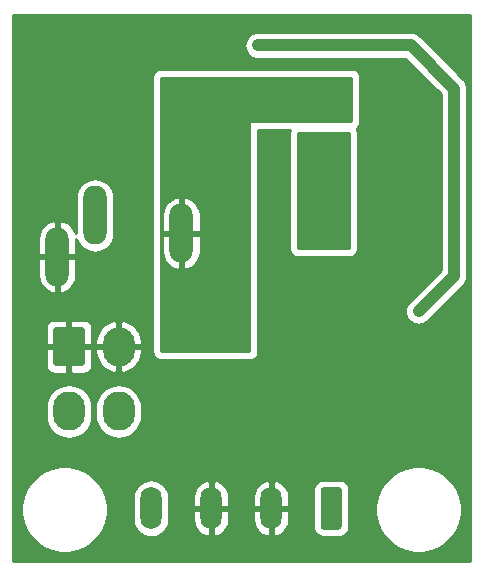
<source format=gbr>
%TF.GenerationSoftware,KiCad,Pcbnew,(5.1.9)-1*%
%TF.CreationDate,2021-07-15T22:57:35+09:00*%
%TF.ProjectId,4710MQ Power Supply,34373130-4d51-4205-906f-776572205375,rev?*%
%TF.SameCoordinates,Original*%
%TF.FileFunction,Copper,L2,Bot*%
%TF.FilePolarity,Positive*%
%FSLAX46Y46*%
G04 Gerber Fmt 4.6, Leading zero omitted, Abs format (unit mm)*
G04 Created by KiCad (PCBNEW (5.1.9)-1) date 2021-07-15 22:57:35*
%MOMM*%
%LPD*%
G01*
G04 APERTURE LIST*
%TA.AperFunction,ComponentPad*%
%ADD10O,2.000000X5.000000*%
%TD*%
%TA.AperFunction,ComponentPad*%
%ADD11O,1.800000X3.600000*%
%TD*%
%TA.AperFunction,ComponentPad*%
%ADD12O,2.700000X3.300000*%
%TD*%
%TA.AperFunction,ViaPad*%
%ADD13C,0.800000*%
%TD*%
%TA.AperFunction,Conductor*%
%ADD14C,1.000000*%
%TD*%
%TA.AperFunction,Conductor*%
%ADD15C,0.254000*%
%TD*%
%TA.AperFunction,Conductor*%
%ADD16C,0.100000*%
%TD*%
G04 APERTURE END LIST*
D10*
%TO.P,J1,3*%
%TO.N,N/C*%
X127600000Y-99100000D03*
%TO.P,J1,2*%
%TO.N,GND*%
X124400000Y-102600000D03*
%TO.P,J1,1*%
%TO.N,+12V*%
X134900000Y-100600000D03*
%TD*%
D11*
%TO.P,J3,4*%
%TO.N,+12V*%
X132360000Y-123900000D03*
%TO.P,J3,3*%
%TO.N,GND*%
X137440000Y-123900000D03*
%TO.P,J3,2*%
X142520000Y-123900000D03*
%TO.P,J3,1*%
%TO.N,+5V*%
%TA.AperFunction,ComponentPad*%
G36*
G01*
X148500000Y-122350000D02*
X148500000Y-125450000D01*
G75*
G02*
X148250000Y-125700000I-250000J0D01*
G01*
X146950000Y-125700000D01*
G75*
G02*
X146700000Y-125450000I0J250000D01*
G01*
X146700000Y-122350000D01*
G75*
G02*
X146950000Y-122100000I250000J0D01*
G01*
X148250000Y-122100000D01*
G75*
G02*
X148500000Y-122350000I0J-250000D01*
G01*
G37*
%TD.AperFunction*%
%TD*%
D12*
%TO.P,J2,4*%
%TO.N,+12V*%
X129600000Y-115700000D03*
%TO.P,J2,3*%
X125400000Y-115700000D03*
%TO.P,J2,2*%
%TO.N,GND*%
X129600000Y-110200000D03*
%TO.P,J2,1*%
%TA.AperFunction,ComponentPad*%
G36*
G01*
X124050000Y-111599999D02*
X124050000Y-108800001D01*
G75*
G02*
X124300001Y-108550000I250001J0D01*
G01*
X126499999Y-108550000D01*
G75*
G02*
X126750000Y-108800001I0J-250001D01*
G01*
X126750000Y-111599999D01*
G75*
G02*
X126499999Y-111850000I-250001J0D01*
G01*
X124300001Y-111850000D01*
G75*
G02*
X124050000Y-111599999I0J250001D01*
G01*
G37*
%TD.AperFunction*%
%TD*%
D13*
%TO.N,GND*%
X122000000Y-92000000D03*
X123000000Y-92000000D03*
X124000000Y-92000000D03*
X125000000Y-92000000D03*
X126000000Y-92000000D03*
X126000000Y-91000000D03*
X125000000Y-91000000D03*
X124000000Y-91000000D03*
X123000000Y-91000000D03*
X122000000Y-91000000D03*
X122000000Y-90000000D03*
X123000000Y-90000000D03*
X124000000Y-90000000D03*
X125000000Y-90000000D03*
X126000000Y-90000000D03*
X126000000Y-89000000D03*
X125000000Y-89000000D03*
X124000000Y-89000000D03*
X123000000Y-89000000D03*
X122000000Y-89000000D03*
X122000000Y-88000000D03*
X123000000Y-88000000D03*
X124000000Y-88000000D03*
X125000000Y-88000000D03*
X126000000Y-88000000D03*
X126000000Y-87000000D03*
X125000000Y-87000000D03*
X124000000Y-87000000D03*
X123000000Y-87000000D03*
X122000000Y-87000000D03*
X122000000Y-86000000D03*
X123000000Y-86000000D03*
X124000000Y-86000000D03*
X125000000Y-86000000D03*
X126000000Y-86000000D03*
%TO.N,+12V*%
X146100000Y-87800000D03*
X147000000Y-87800000D03*
X147900000Y-87800000D03*
X148800000Y-87800000D03*
X148800000Y-88700000D03*
X147900000Y-88700000D03*
X147000000Y-88700000D03*
X146100000Y-88700000D03*
X146100000Y-89600000D03*
X147000000Y-89600000D03*
X147900000Y-89600000D03*
X148800000Y-89600000D03*
X148800000Y-90500000D03*
X147900000Y-90500000D03*
X147000000Y-90500000D03*
X146100000Y-90500000D03*
%TO.N,+5V*%
X141400000Y-84700000D03*
X155000000Y-107200000D03*
%TO.N,/SW*%
X148500000Y-98500000D03*
X147500000Y-98500000D03*
X146500000Y-98500000D03*
X145500000Y-98500000D03*
X145500000Y-99500000D03*
X146500000Y-99500000D03*
X147500000Y-99500000D03*
X148500000Y-99500000D03*
X148500000Y-100500000D03*
X147500000Y-100500000D03*
X146500000Y-100500000D03*
X145500000Y-100500000D03*
X145500000Y-101500000D03*
X146500000Y-101500000D03*
X147500000Y-101500000D03*
X148500000Y-101500000D03*
X147100000Y-94600000D03*
X146200000Y-94600000D03*
X147100000Y-93700000D03*
X146200000Y-93700000D03*
X148000000Y-93700000D03*
X148000000Y-94600000D03*
X148000000Y-92800000D03*
X147100000Y-92800000D03*
X146200000Y-92800000D03*
%TD*%
D14*
%TO.N,+5V*%
X158000001Y-104199999D02*
X155000000Y-107200000D01*
X158000001Y-88371999D02*
X158000001Y-104199999D01*
X154328002Y-84700000D02*
X158000001Y-88371999D01*
X141400000Y-84700000D02*
X154328002Y-84700000D01*
%TD*%
D15*
%TO.N,/SW*%
X149073000Y-101873000D02*
X144827000Y-101873000D01*
X144827000Y-92127000D01*
X149073000Y-92127000D01*
X149073000Y-101873000D01*
%TA.AperFunction,Conductor*%
D16*
G36*
X149073000Y-101873000D02*
G01*
X144827000Y-101873000D01*
X144827000Y-92127000D01*
X149073000Y-92127000D01*
X149073000Y-101873000D01*
G37*
%TD.AperFunction*%
%TD*%
D15*
%TO.N,+12V*%
X149273000Y-91073000D02*
X140800000Y-91073000D01*
X140775224Y-91075440D01*
X140751399Y-91082667D01*
X140729443Y-91094403D01*
X140710197Y-91110197D01*
X140694403Y-91129443D01*
X140682667Y-91151399D01*
X140675440Y-91175224D01*
X140673000Y-91200000D01*
X140673000Y-110573000D01*
X133227000Y-110573000D01*
X133227000Y-100727000D01*
X133265000Y-100727000D01*
X133265000Y-102227000D01*
X133321193Y-102543532D01*
X133438058Y-102843020D01*
X133611105Y-103113954D01*
X133833683Y-103345922D01*
X134097239Y-103530010D01*
X134391645Y-103659144D01*
X134519566Y-103690124D01*
X134773000Y-103570777D01*
X134773000Y-100727000D01*
X135027000Y-100727000D01*
X135027000Y-103570777D01*
X135280434Y-103690124D01*
X135408355Y-103659144D01*
X135702761Y-103530010D01*
X135966317Y-103345922D01*
X136188895Y-103113954D01*
X136361942Y-102843020D01*
X136478807Y-102543532D01*
X136535000Y-102227000D01*
X136535000Y-100727000D01*
X135027000Y-100727000D01*
X134773000Y-100727000D01*
X133265000Y-100727000D01*
X133227000Y-100727000D01*
X133227000Y-98973000D01*
X133265000Y-98973000D01*
X133265000Y-100473000D01*
X134773000Y-100473000D01*
X134773000Y-97629223D01*
X135027000Y-97629223D01*
X135027000Y-100473000D01*
X136535000Y-100473000D01*
X136535000Y-98973000D01*
X136478807Y-98656468D01*
X136361942Y-98356980D01*
X136188895Y-98086046D01*
X135966317Y-97854078D01*
X135702761Y-97669990D01*
X135408355Y-97540856D01*
X135280434Y-97509876D01*
X135027000Y-97629223D01*
X134773000Y-97629223D01*
X134519566Y-97509876D01*
X134391645Y-97540856D01*
X134097239Y-97669990D01*
X133833683Y-97854078D01*
X133611105Y-98086046D01*
X133438058Y-98356980D01*
X133321193Y-98656468D01*
X133265000Y-98973000D01*
X133227000Y-98973000D01*
X133227000Y-87427000D01*
X149273000Y-87427000D01*
X149273000Y-91073000D01*
%TA.AperFunction,Conductor*%
D16*
G36*
X149273000Y-91073000D02*
G01*
X140800000Y-91073000D01*
X140775224Y-91075440D01*
X140751399Y-91082667D01*
X140729443Y-91094403D01*
X140710197Y-91110197D01*
X140694403Y-91129443D01*
X140682667Y-91151399D01*
X140675440Y-91175224D01*
X140673000Y-91200000D01*
X140673000Y-110573000D01*
X133227000Y-110573000D01*
X133227000Y-100727000D01*
X133265000Y-100727000D01*
X133265000Y-102227000D01*
X133321193Y-102543532D01*
X133438058Y-102843020D01*
X133611105Y-103113954D01*
X133833683Y-103345922D01*
X134097239Y-103530010D01*
X134391645Y-103659144D01*
X134519566Y-103690124D01*
X134773000Y-103570777D01*
X134773000Y-100727000D01*
X135027000Y-100727000D01*
X135027000Y-103570777D01*
X135280434Y-103690124D01*
X135408355Y-103659144D01*
X135702761Y-103530010D01*
X135966317Y-103345922D01*
X136188895Y-103113954D01*
X136361942Y-102843020D01*
X136478807Y-102543532D01*
X136535000Y-102227000D01*
X136535000Y-100727000D01*
X135027000Y-100727000D01*
X134773000Y-100727000D01*
X133265000Y-100727000D01*
X133227000Y-100727000D01*
X133227000Y-98973000D01*
X133265000Y-98973000D01*
X133265000Y-100473000D01*
X134773000Y-100473000D01*
X134773000Y-97629223D01*
X135027000Y-97629223D01*
X135027000Y-100473000D01*
X136535000Y-100473000D01*
X136535000Y-98973000D01*
X136478807Y-98656468D01*
X136361942Y-98356980D01*
X136188895Y-98086046D01*
X135966317Y-97854078D01*
X135702761Y-97669990D01*
X135408355Y-97540856D01*
X135280434Y-97509876D01*
X135027000Y-97629223D01*
X134773000Y-97629223D01*
X134519566Y-97509876D01*
X134391645Y-97540856D01*
X134097239Y-97669990D01*
X133833683Y-97854078D01*
X133611105Y-98086046D01*
X133438058Y-98356980D01*
X133321193Y-98656468D01*
X133265000Y-98973000D01*
X133227000Y-98973000D01*
X133227000Y-87427000D01*
X149273000Y-87427000D01*
X149273000Y-91073000D01*
G37*
%TD.AperFunction*%
%TD*%
D15*
%TO.N,GND*%
X159340000Y-128340000D02*
X120660000Y-128340000D01*
X120660000Y-123639297D01*
X121337720Y-123639297D01*
X121337720Y-124360703D01*
X121478460Y-125068248D01*
X121754530Y-125734740D01*
X122155322Y-126334567D01*
X122665433Y-126844678D01*
X123265260Y-127245470D01*
X123931752Y-127521540D01*
X124639297Y-127662280D01*
X125360703Y-127662280D01*
X126068248Y-127521540D01*
X126734740Y-127245470D01*
X127334567Y-126844678D01*
X127844678Y-126334567D01*
X128245470Y-125734740D01*
X128521540Y-125068248D01*
X128662280Y-124360703D01*
X128662280Y-123639297D01*
X128521540Y-122931752D01*
X128518575Y-122924592D01*
X130825000Y-122924592D01*
X130825000Y-124875407D01*
X130847210Y-125100912D01*
X130934983Y-125390260D01*
X131077519Y-125656926D01*
X131269339Y-125890661D01*
X131503073Y-126082481D01*
X131769739Y-126225017D01*
X132059087Y-126312790D01*
X132360000Y-126342427D01*
X132660912Y-126312790D01*
X132950260Y-126225017D01*
X133216926Y-126082481D01*
X133450661Y-125890661D01*
X133642481Y-125656927D01*
X133785017Y-125390261D01*
X133872790Y-125100913D01*
X133895000Y-124875408D01*
X133895000Y-124027000D01*
X135905000Y-124027000D01*
X135905000Y-124927000D01*
X135959271Y-125224023D01*
X136070446Y-125504751D01*
X136234252Y-125758396D01*
X136444394Y-125975210D01*
X136692796Y-126146862D01*
X136969913Y-126266755D01*
X137075260Y-126291036D01*
X137313000Y-126170378D01*
X137313000Y-124027000D01*
X137567000Y-124027000D01*
X137567000Y-126170378D01*
X137804740Y-126291036D01*
X137910087Y-126266755D01*
X138187204Y-126146862D01*
X138435606Y-125975210D01*
X138645748Y-125758396D01*
X138809554Y-125504751D01*
X138920729Y-125224023D01*
X138975000Y-124927000D01*
X138975000Y-124027000D01*
X140985000Y-124027000D01*
X140985000Y-124927000D01*
X141039271Y-125224023D01*
X141150446Y-125504751D01*
X141314252Y-125758396D01*
X141524394Y-125975210D01*
X141772796Y-126146862D01*
X142049913Y-126266755D01*
X142155260Y-126291036D01*
X142393000Y-126170378D01*
X142393000Y-124027000D01*
X142647000Y-124027000D01*
X142647000Y-126170378D01*
X142884740Y-126291036D01*
X142990087Y-126266755D01*
X143267204Y-126146862D01*
X143515606Y-125975210D01*
X143725748Y-125758396D01*
X143889554Y-125504751D01*
X144000729Y-125224023D01*
X144055000Y-124927000D01*
X144055000Y-124027000D01*
X142647000Y-124027000D01*
X142393000Y-124027000D01*
X140985000Y-124027000D01*
X138975000Y-124027000D01*
X137567000Y-124027000D01*
X137313000Y-124027000D01*
X135905000Y-124027000D01*
X133895000Y-124027000D01*
X133895000Y-122924592D01*
X133889919Y-122873000D01*
X135905000Y-122873000D01*
X135905000Y-123773000D01*
X137313000Y-123773000D01*
X137313000Y-121629622D01*
X137567000Y-121629622D01*
X137567000Y-123773000D01*
X138975000Y-123773000D01*
X138975000Y-122873000D01*
X140985000Y-122873000D01*
X140985000Y-123773000D01*
X142393000Y-123773000D01*
X142393000Y-121629622D01*
X142647000Y-121629622D01*
X142647000Y-123773000D01*
X144055000Y-123773000D01*
X144055000Y-122873000D01*
X144000729Y-122575977D01*
X143911237Y-122350000D01*
X146061928Y-122350000D01*
X146061928Y-125450000D01*
X146078992Y-125623254D01*
X146129528Y-125789850D01*
X146211595Y-125943386D01*
X146322038Y-126077962D01*
X146456614Y-126188405D01*
X146610150Y-126270472D01*
X146776746Y-126321008D01*
X146950000Y-126338072D01*
X148250000Y-126338072D01*
X148423254Y-126321008D01*
X148589850Y-126270472D01*
X148743386Y-126188405D01*
X148877962Y-126077962D01*
X148988405Y-125943386D01*
X149070472Y-125789850D01*
X149121008Y-125623254D01*
X149138072Y-125450000D01*
X149138072Y-123639297D01*
X151337720Y-123639297D01*
X151337720Y-124360703D01*
X151478460Y-125068248D01*
X151754530Y-125734740D01*
X152155322Y-126334567D01*
X152665433Y-126844678D01*
X153265260Y-127245470D01*
X153931752Y-127521540D01*
X154639297Y-127662280D01*
X155360703Y-127662280D01*
X156068248Y-127521540D01*
X156734740Y-127245470D01*
X157334567Y-126844678D01*
X157844678Y-126334567D01*
X158245470Y-125734740D01*
X158521540Y-125068248D01*
X158662280Y-124360703D01*
X158662280Y-123639297D01*
X158521540Y-122931752D01*
X158245470Y-122265260D01*
X157844678Y-121665433D01*
X157334567Y-121155322D01*
X156734740Y-120754530D01*
X156068248Y-120478460D01*
X155360703Y-120337720D01*
X154639297Y-120337720D01*
X153931752Y-120478460D01*
X153265260Y-120754530D01*
X152665433Y-121155322D01*
X152155322Y-121665433D01*
X151754530Y-122265260D01*
X151478460Y-122931752D01*
X151337720Y-123639297D01*
X149138072Y-123639297D01*
X149138072Y-122350000D01*
X149121008Y-122176746D01*
X149070472Y-122010150D01*
X148988405Y-121856614D01*
X148877962Y-121722038D01*
X148743386Y-121611595D01*
X148589850Y-121529528D01*
X148423254Y-121478992D01*
X148250000Y-121461928D01*
X146950000Y-121461928D01*
X146776746Y-121478992D01*
X146610150Y-121529528D01*
X146456614Y-121611595D01*
X146322038Y-121722038D01*
X146211595Y-121856614D01*
X146129528Y-122010150D01*
X146078992Y-122176746D01*
X146061928Y-122350000D01*
X143911237Y-122350000D01*
X143889554Y-122295249D01*
X143725748Y-122041604D01*
X143515606Y-121824790D01*
X143267204Y-121653138D01*
X142990087Y-121533245D01*
X142884740Y-121508964D01*
X142647000Y-121629622D01*
X142393000Y-121629622D01*
X142155260Y-121508964D01*
X142049913Y-121533245D01*
X141772796Y-121653138D01*
X141524394Y-121824790D01*
X141314252Y-122041604D01*
X141150446Y-122295249D01*
X141039271Y-122575977D01*
X140985000Y-122873000D01*
X138975000Y-122873000D01*
X138920729Y-122575977D01*
X138809554Y-122295249D01*
X138645748Y-122041604D01*
X138435606Y-121824790D01*
X138187204Y-121653138D01*
X137910087Y-121533245D01*
X137804740Y-121508964D01*
X137567000Y-121629622D01*
X137313000Y-121629622D01*
X137075260Y-121508964D01*
X136969913Y-121533245D01*
X136692796Y-121653138D01*
X136444394Y-121824790D01*
X136234252Y-122041604D01*
X136070446Y-122295249D01*
X135959271Y-122575977D01*
X135905000Y-122873000D01*
X133889919Y-122873000D01*
X133872790Y-122699087D01*
X133785017Y-122409739D01*
X133642481Y-122143073D01*
X133450661Y-121909339D01*
X133216927Y-121717519D01*
X132950261Y-121574983D01*
X132660913Y-121487210D01*
X132360000Y-121457573D01*
X132059088Y-121487210D01*
X131769740Y-121574983D01*
X131503074Y-121717519D01*
X131269340Y-121909339D01*
X131077520Y-122143073D01*
X130934984Y-122409739D01*
X130847211Y-122699087D01*
X130825000Y-122924592D01*
X128518575Y-122924592D01*
X128245470Y-122265260D01*
X127844678Y-121665433D01*
X127334567Y-121155322D01*
X126734740Y-120754530D01*
X126068248Y-120478460D01*
X125360703Y-120337720D01*
X124639297Y-120337720D01*
X123931752Y-120478460D01*
X123265260Y-120754530D01*
X122665433Y-121155322D01*
X122155322Y-121665433D01*
X121754530Y-122265260D01*
X121478460Y-122931752D01*
X121337720Y-123639297D01*
X120660000Y-123639297D01*
X120660000Y-115302491D01*
X123415000Y-115302491D01*
X123415000Y-116097510D01*
X123443722Y-116389128D01*
X123557226Y-116763302D01*
X123741547Y-117108143D01*
X123989603Y-117410398D01*
X124291858Y-117658453D01*
X124636699Y-117842774D01*
X125010873Y-117956278D01*
X125400000Y-117994604D01*
X125789128Y-117956278D01*
X126163302Y-117842774D01*
X126508143Y-117658453D01*
X126810398Y-117410398D01*
X127058453Y-117108143D01*
X127242774Y-116763302D01*
X127356278Y-116389127D01*
X127385000Y-116097509D01*
X127385000Y-115302491D01*
X127615000Y-115302491D01*
X127615000Y-116097510D01*
X127643722Y-116389128D01*
X127757226Y-116763302D01*
X127941547Y-117108143D01*
X128189603Y-117410398D01*
X128491858Y-117658453D01*
X128836699Y-117842774D01*
X129210873Y-117956278D01*
X129600000Y-117994604D01*
X129989128Y-117956278D01*
X130363302Y-117842774D01*
X130708143Y-117658453D01*
X131010398Y-117410398D01*
X131258453Y-117108143D01*
X131442774Y-116763302D01*
X131556278Y-116389127D01*
X131585000Y-116097509D01*
X131585000Y-115302490D01*
X131556278Y-115010872D01*
X131442774Y-114636698D01*
X131258453Y-114291857D01*
X131010398Y-113989602D01*
X130708143Y-113741547D01*
X130363301Y-113557226D01*
X129989127Y-113443722D01*
X129600000Y-113405396D01*
X129210872Y-113443722D01*
X128836698Y-113557226D01*
X128491857Y-113741547D01*
X128189602Y-113989602D01*
X127941547Y-114291857D01*
X127757226Y-114636699D01*
X127643722Y-115010873D01*
X127615000Y-115302491D01*
X127385000Y-115302491D01*
X127385000Y-115302490D01*
X127356278Y-115010872D01*
X127242774Y-114636698D01*
X127058453Y-114291857D01*
X126810398Y-113989602D01*
X126508143Y-113741547D01*
X126163301Y-113557226D01*
X125789127Y-113443722D01*
X125400000Y-113405396D01*
X125010872Y-113443722D01*
X124636698Y-113557226D01*
X124291857Y-113741547D01*
X123989602Y-113989602D01*
X123741547Y-114291857D01*
X123557226Y-114636699D01*
X123443722Y-115010873D01*
X123415000Y-115302491D01*
X120660000Y-115302491D01*
X120660000Y-111850000D01*
X123411928Y-111850000D01*
X123424188Y-111974482D01*
X123460498Y-112094180D01*
X123519463Y-112204494D01*
X123598815Y-112301185D01*
X123695506Y-112380537D01*
X123805820Y-112439502D01*
X123925518Y-112475812D01*
X124050000Y-112488072D01*
X125114250Y-112485000D01*
X125273000Y-112326250D01*
X125273000Y-110327000D01*
X125527000Y-110327000D01*
X125527000Y-112326250D01*
X125685750Y-112485000D01*
X126750000Y-112488072D01*
X126874482Y-112475812D01*
X126994180Y-112439502D01*
X127104494Y-112380537D01*
X127201185Y-112301185D01*
X127280537Y-112204494D01*
X127339502Y-112094180D01*
X127375812Y-111974482D01*
X127388072Y-111850000D01*
X127385000Y-110485750D01*
X127226250Y-110327000D01*
X127615000Y-110327000D01*
X127615000Y-110627000D01*
X127677918Y-111011814D01*
X127814700Y-111376959D01*
X128020090Y-111708403D01*
X128286195Y-111993409D01*
X128602789Y-112221024D01*
X128957705Y-112382501D01*
X129164677Y-112436677D01*
X129473000Y-112321829D01*
X129473000Y-110327000D01*
X129727000Y-110327000D01*
X129727000Y-112321829D01*
X130035323Y-112436677D01*
X130242295Y-112382501D01*
X130597211Y-112221024D01*
X130913805Y-111993409D01*
X131179910Y-111708403D01*
X131385300Y-111376959D01*
X131522082Y-111011814D01*
X131585000Y-110627000D01*
X131585000Y-110327000D01*
X129727000Y-110327000D01*
X129473000Y-110327000D01*
X127615000Y-110327000D01*
X127226250Y-110327000D01*
X125527000Y-110327000D01*
X125273000Y-110327000D01*
X123573750Y-110327000D01*
X123415000Y-110485750D01*
X123411928Y-111850000D01*
X120660000Y-111850000D01*
X120660000Y-108550000D01*
X123411928Y-108550000D01*
X123415000Y-109914250D01*
X123573750Y-110073000D01*
X125273000Y-110073000D01*
X125273000Y-108073750D01*
X125527000Y-108073750D01*
X125527000Y-110073000D01*
X127226250Y-110073000D01*
X127385000Y-109914250D01*
X127385318Y-109773000D01*
X127615000Y-109773000D01*
X127615000Y-110073000D01*
X129473000Y-110073000D01*
X129473000Y-108078171D01*
X129727000Y-108078171D01*
X129727000Y-110073000D01*
X131585000Y-110073000D01*
X131585000Y-109773000D01*
X131522082Y-109388186D01*
X131385300Y-109023041D01*
X131179910Y-108691597D01*
X130913805Y-108406591D01*
X130597211Y-108178976D01*
X130242295Y-108017499D01*
X130035323Y-107963323D01*
X129727000Y-108078171D01*
X129473000Y-108078171D01*
X129164677Y-107963323D01*
X128957705Y-108017499D01*
X128602789Y-108178976D01*
X128286195Y-108406591D01*
X128020090Y-108691597D01*
X127814700Y-109023041D01*
X127677918Y-109388186D01*
X127615000Y-109773000D01*
X127385318Y-109773000D01*
X127388072Y-108550000D01*
X127375812Y-108425518D01*
X127339502Y-108305820D01*
X127280537Y-108195506D01*
X127201185Y-108098815D01*
X127104494Y-108019463D01*
X126994180Y-107960498D01*
X126874482Y-107924188D01*
X126750000Y-107911928D01*
X125685750Y-107915000D01*
X125527000Y-108073750D01*
X125273000Y-108073750D01*
X125114250Y-107915000D01*
X124050000Y-107911928D01*
X123925518Y-107924188D01*
X123805820Y-107960498D01*
X123695506Y-108019463D01*
X123598815Y-108098815D01*
X123519463Y-108195506D01*
X123460498Y-108305820D01*
X123424188Y-108425518D01*
X123411928Y-108550000D01*
X120660000Y-108550000D01*
X120660000Y-102727000D01*
X122765000Y-102727000D01*
X122765000Y-104227000D01*
X122821193Y-104543532D01*
X122938058Y-104843020D01*
X123111105Y-105113954D01*
X123333683Y-105345922D01*
X123597239Y-105530010D01*
X123891645Y-105659144D01*
X124019566Y-105690124D01*
X124273000Y-105570777D01*
X124273000Y-102727000D01*
X124527000Y-102727000D01*
X124527000Y-105570777D01*
X124780434Y-105690124D01*
X124908355Y-105659144D01*
X125202761Y-105530010D01*
X125466317Y-105345922D01*
X125688895Y-105113954D01*
X125861942Y-104843020D01*
X125978807Y-104543532D01*
X126035000Y-104227000D01*
X126035000Y-102727000D01*
X124527000Y-102727000D01*
X124273000Y-102727000D01*
X122765000Y-102727000D01*
X120660000Y-102727000D01*
X120660000Y-100973000D01*
X122765000Y-100973000D01*
X122765000Y-102473000D01*
X124273000Y-102473000D01*
X124273000Y-99629223D01*
X124527000Y-99629223D01*
X124527000Y-102473000D01*
X126035000Y-102473000D01*
X126035000Y-101073285D01*
X126082149Y-101228715D01*
X126233970Y-101512752D01*
X126438287Y-101761714D01*
X126687249Y-101966031D01*
X126971286Y-102117852D01*
X127279485Y-102211343D01*
X127600000Y-102242911D01*
X127920516Y-102211343D01*
X128228715Y-102117852D01*
X128512752Y-101966031D01*
X128761714Y-101761714D01*
X128966031Y-101512752D01*
X129117852Y-101228715D01*
X129211343Y-100920516D01*
X129235000Y-100680322D01*
X129235000Y-97519678D01*
X129211343Y-97279484D01*
X129117852Y-96971285D01*
X128966031Y-96687248D01*
X128761714Y-96438286D01*
X128512751Y-96233969D01*
X128228714Y-96082148D01*
X127920515Y-95988657D01*
X127600000Y-95957089D01*
X127279484Y-95988657D01*
X126971285Y-96082148D01*
X126687248Y-96233969D01*
X126438286Y-96438286D01*
X126233969Y-96687249D01*
X126082148Y-96971286D01*
X125988657Y-97279485D01*
X125965000Y-97519679D01*
X125965001Y-100621088D01*
X125861942Y-100356980D01*
X125688895Y-100086046D01*
X125466317Y-99854078D01*
X125202761Y-99669990D01*
X124908355Y-99540856D01*
X124780434Y-99509876D01*
X124527000Y-99629223D01*
X124273000Y-99629223D01*
X124019566Y-99509876D01*
X123891645Y-99540856D01*
X123597239Y-99669990D01*
X123333683Y-99854078D01*
X123111105Y-100086046D01*
X122938058Y-100356980D01*
X122821193Y-100656468D01*
X122765000Y-100973000D01*
X120660000Y-100973000D01*
X120660000Y-87300000D01*
X132465000Y-87300000D01*
X132465000Y-110700000D01*
X132477201Y-110823882D01*
X132513336Y-110943004D01*
X132572017Y-111052787D01*
X132650987Y-111149013D01*
X132747213Y-111227983D01*
X132856996Y-111286664D01*
X132976118Y-111322799D01*
X133100000Y-111335000D01*
X140800000Y-111335000D01*
X140923882Y-111322799D01*
X141043004Y-111286664D01*
X141152787Y-111227983D01*
X141249013Y-111149013D01*
X141327983Y-111052787D01*
X141386664Y-110943004D01*
X141422799Y-110823882D01*
X141435000Y-110700000D01*
X141435000Y-91835000D01*
X144089674Y-91835000D01*
X144077201Y-91876118D01*
X144065000Y-92000000D01*
X144065000Y-102000000D01*
X144077201Y-102123882D01*
X144113336Y-102243004D01*
X144172017Y-102352787D01*
X144250987Y-102449013D01*
X144347213Y-102527983D01*
X144456996Y-102586664D01*
X144576118Y-102622799D01*
X144700000Y-102635000D01*
X149200000Y-102635000D01*
X149323882Y-102622799D01*
X149443004Y-102586664D01*
X149552787Y-102527983D01*
X149649013Y-102449013D01*
X149727983Y-102352787D01*
X149786664Y-102243004D01*
X149822799Y-102123882D01*
X149835000Y-102000000D01*
X149835000Y-92000000D01*
X149822799Y-91876118D01*
X149786664Y-91756996D01*
X149765555Y-91717505D01*
X149849013Y-91649013D01*
X149927983Y-91552787D01*
X149986664Y-91443004D01*
X150022799Y-91323882D01*
X150035000Y-91200000D01*
X150035000Y-87300000D01*
X150022799Y-87176118D01*
X149986664Y-87056996D01*
X149927983Y-86947213D01*
X149849013Y-86850987D01*
X149752787Y-86772017D01*
X149643004Y-86713336D01*
X149523882Y-86677201D01*
X149400000Y-86665000D01*
X133100000Y-86665000D01*
X132976118Y-86677201D01*
X132856996Y-86713336D01*
X132747213Y-86772017D01*
X132650987Y-86850987D01*
X132572017Y-86947213D01*
X132513336Y-87056996D01*
X132477201Y-87176118D01*
X132465000Y-87300000D01*
X120660000Y-87300000D01*
X120660000Y-84700000D01*
X140259509Y-84700000D01*
X140281423Y-84922499D01*
X140346324Y-85136447D01*
X140451716Y-85333623D01*
X140593551Y-85506449D01*
X140766377Y-85648284D01*
X140963553Y-85753676D01*
X141177501Y-85818577D01*
X141344248Y-85835000D01*
X153857871Y-85835000D01*
X156865001Y-88842131D01*
X156865002Y-103729866D01*
X154158012Y-106436857D01*
X154051717Y-106566378D01*
X153946324Y-106763554D01*
X153881423Y-106977502D01*
X153859509Y-107200000D01*
X153881423Y-107422498D01*
X153946324Y-107636446D01*
X154051717Y-107833622D01*
X154193552Y-108006448D01*
X154366378Y-108148283D01*
X154563554Y-108253676D01*
X154777502Y-108318577D01*
X155000000Y-108340491D01*
X155222498Y-108318577D01*
X155436446Y-108253676D01*
X155633622Y-108148283D01*
X155763143Y-108041988D01*
X158763142Y-105041990D01*
X158806450Y-105006448D01*
X158948285Y-104833622D01*
X159053677Y-104636446D01*
X159118578Y-104422498D01*
X159135001Y-104255751D01*
X159140492Y-104200000D01*
X159135001Y-104144248D01*
X159135001Y-88427751D01*
X159140492Y-88371999D01*
X159118578Y-88149500D01*
X159053677Y-87935552D01*
X158948285Y-87738376D01*
X158915199Y-87698061D01*
X158806450Y-87565550D01*
X158763142Y-87530008D01*
X155169998Y-83936865D01*
X155134451Y-83893551D01*
X154961625Y-83751716D01*
X154764449Y-83646324D01*
X154550501Y-83581423D01*
X154383754Y-83565000D01*
X154383753Y-83565000D01*
X154328002Y-83559509D01*
X154272251Y-83565000D01*
X141344248Y-83565000D01*
X141177501Y-83581423D01*
X140963553Y-83646324D01*
X140766377Y-83751716D01*
X140593551Y-83893551D01*
X140451716Y-84066377D01*
X140346324Y-84263553D01*
X140281423Y-84477501D01*
X140259509Y-84700000D01*
X120660000Y-84700000D01*
X120660000Y-82160000D01*
X159340001Y-82160000D01*
X159340000Y-128340000D01*
%TA.AperFunction,Conductor*%
D16*
G36*
X159340000Y-128340000D02*
G01*
X120660000Y-128340000D01*
X120660000Y-123639297D01*
X121337720Y-123639297D01*
X121337720Y-124360703D01*
X121478460Y-125068248D01*
X121754530Y-125734740D01*
X122155322Y-126334567D01*
X122665433Y-126844678D01*
X123265260Y-127245470D01*
X123931752Y-127521540D01*
X124639297Y-127662280D01*
X125360703Y-127662280D01*
X126068248Y-127521540D01*
X126734740Y-127245470D01*
X127334567Y-126844678D01*
X127844678Y-126334567D01*
X128245470Y-125734740D01*
X128521540Y-125068248D01*
X128662280Y-124360703D01*
X128662280Y-123639297D01*
X128521540Y-122931752D01*
X128518575Y-122924592D01*
X130825000Y-122924592D01*
X130825000Y-124875407D01*
X130847210Y-125100912D01*
X130934983Y-125390260D01*
X131077519Y-125656926D01*
X131269339Y-125890661D01*
X131503073Y-126082481D01*
X131769739Y-126225017D01*
X132059087Y-126312790D01*
X132360000Y-126342427D01*
X132660912Y-126312790D01*
X132950260Y-126225017D01*
X133216926Y-126082481D01*
X133450661Y-125890661D01*
X133642481Y-125656927D01*
X133785017Y-125390261D01*
X133872790Y-125100913D01*
X133895000Y-124875408D01*
X133895000Y-124027000D01*
X135905000Y-124027000D01*
X135905000Y-124927000D01*
X135959271Y-125224023D01*
X136070446Y-125504751D01*
X136234252Y-125758396D01*
X136444394Y-125975210D01*
X136692796Y-126146862D01*
X136969913Y-126266755D01*
X137075260Y-126291036D01*
X137313000Y-126170378D01*
X137313000Y-124027000D01*
X137567000Y-124027000D01*
X137567000Y-126170378D01*
X137804740Y-126291036D01*
X137910087Y-126266755D01*
X138187204Y-126146862D01*
X138435606Y-125975210D01*
X138645748Y-125758396D01*
X138809554Y-125504751D01*
X138920729Y-125224023D01*
X138975000Y-124927000D01*
X138975000Y-124027000D01*
X140985000Y-124027000D01*
X140985000Y-124927000D01*
X141039271Y-125224023D01*
X141150446Y-125504751D01*
X141314252Y-125758396D01*
X141524394Y-125975210D01*
X141772796Y-126146862D01*
X142049913Y-126266755D01*
X142155260Y-126291036D01*
X142393000Y-126170378D01*
X142393000Y-124027000D01*
X142647000Y-124027000D01*
X142647000Y-126170378D01*
X142884740Y-126291036D01*
X142990087Y-126266755D01*
X143267204Y-126146862D01*
X143515606Y-125975210D01*
X143725748Y-125758396D01*
X143889554Y-125504751D01*
X144000729Y-125224023D01*
X144055000Y-124927000D01*
X144055000Y-124027000D01*
X142647000Y-124027000D01*
X142393000Y-124027000D01*
X140985000Y-124027000D01*
X138975000Y-124027000D01*
X137567000Y-124027000D01*
X137313000Y-124027000D01*
X135905000Y-124027000D01*
X133895000Y-124027000D01*
X133895000Y-122924592D01*
X133889919Y-122873000D01*
X135905000Y-122873000D01*
X135905000Y-123773000D01*
X137313000Y-123773000D01*
X137313000Y-121629622D01*
X137567000Y-121629622D01*
X137567000Y-123773000D01*
X138975000Y-123773000D01*
X138975000Y-122873000D01*
X140985000Y-122873000D01*
X140985000Y-123773000D01*
X142393000Y-123773000D01*
X142393000Y-121629622D01*
X142647000Y-121629622D01*
X142647000Y-123773000D01*
X144055000Y-123773000D01*
X144055000Y-122873000D01*
X144000729Y-122575977D01*
X143911237Y-122350000D01*
X146061928Y-122350000D01*
X146061928Y-125450000D01*
X146078992Y-125623254D01*
X146129528Y-125789850D01*
X146211595Y-125943386D01*
X146322038Y-126077962D01*
X146456614Y-126188405D01*
X146610150Y-126270472D01*
X146776746Y-126321008D01*
X146950000Y-126338072D01*
X148250000Y-126338072D01*
X148423254Y-126321008D01*
X148589850Y-126270472D01*
X148743386Y-126188405D01*
X148877962Y-126077962D01*
X148988405Y-125943386D01*
X149070472Y-125789850D01*
X149121008Y-125623254D01*
X149138072Y-125450000D01*
X149138072Y-123639297D01*
X151337720Y-123639297D01*
X151337720Y-124360703D01*
X151478460Y-125068248D01*
X151754530Y-125734740D01*
X152155322Y-126334567D01*
X152665433Y-126844678D01*
X153265260Y-127245470D01*
X153931752Y-127521540D01*
X154639297Y-127662280D01*
X155360703Y-127662280D01*
X156068248Y-127521540D01*
X156734740Y-127245470D01*
X157334567Y-126844678D01*
X157844678Y-126334567D01*
X158245470Y-125734740D01*
X158521540Y-125068248D01*
X158662280Y-124360703D01*
X158662280Y-123639297D01*
X158521540Y-122931752D01*
X158245470Y-122265260D01*
X157844678Y-121665433D01*
X157334567Y-121155322D01*
X156734740Y-120754530D01*
X156068248Y-120478460D01*
X155360703Y-120337720D01*
X154639297Y-120337720D01*
X153931752Y-120478460D01*
X153265260Y-120754530D01*
X152665433Y-121155322D01*
X152155322Y-121665433D01*
X151754530Y-122265260D01*
X151478460Y-122931752D01*
X151337720Y-123639297D01*
X149138072Y-123639297D01*
X149138072Y-122350000D01*
X149121008Y-122176746D01*
X149070472Y-122010150D01*
X148988405Y-121856614D01*
X148877962Y-121722038D01*
X148743386Y-121611595D01*
X148589850Y-121529528D01*
X148423254Y-121478992D01*
X148250000Y-121461928D01*
X146950000Y-121461928D01*
X146776746Y-121478992D01*
X146610150Y-121529528D01*
X146456614Y-121611595D01*
X146322038Y-121722038D01*
X146211595Y-121856614D01*
X146129528Y-122010150D01*
X146078992Y-122176746D01*
X146061928Y-122350000D01*
X143911237Y-122350000D01*
X143889554Y-122295249D01*
X143725748Y-122041604D01*
X143515606Y-121824790D01*
X143267204Y-121653138D01*
X142990087Y-121533245D01*
X142884740Y-121508964D01*
X142647000Y-121629622D01*
X142393000Y-121629622D01*
X142155260Y-121508964D01*
X142049913Y-121533245D01*
X141772796Y-121653138D01*
X141524394Y-121824790D01*
X141314252Y-122041604D01*
X141150446Y-122295249D01*
X141039271Y-122575977D01*
X140985000Y-122873000D01*
X138975000Y-122873000D01*
X138920729Y-122575977D01*
X138809554Y-122295249D01*
X138645748Y-122041604D01*
X138435606Y-121824790D01*
X138187204Y-121653138D01*
X137910087Y-121533245D01*
X137804740Y-121508964D01*
X137567000Y-121629622D01*
X137313000Y-121629622D01*
X137075260Y-121508964D01*
X136969913Y-121533245D01*
X136692796Y-121653138D01*
X136444394Y-121824790D01*
X136234252Y-122041604D01*
X136070446Y-122295249D01*
X135959271Y-122575977D01*
X135905000Y-122873000D01*
X133889919Y-122873000D01*
X133872790Y-122699087D01*
X133785017Y-122409739D01*
X133642481Y-122143073D01*
X133450661Y-121909339D01*
X133216927Y-121717519D01*
X132950261Y-121574983D01*
X132660913Y-121487210D01*
X132360000Y-121457573D01*
X132059088Y-121487210D01*
X131769740Y-121574983D01*
X131503074Y-121717519D01*
X131269340Y-121909339D01*
X131077520Y-122143073D01*
X130934984Y-122409739D01*
X130847211Y-122699087D01*
X130825000Y-122924592D01*
X128518575Y-122924592D01*
X128245470Y-122265260D01*
X127844678Y-121665433D01*
X127334567Y-121155322D01*
X126734740Y-120754530D01*
X126068248Y-120478460D01*
X125360703Y-120337720D01*
X124639297Y-120337720D01*
X123931752Y-120478460D01*
X123265260Y-120754530D01*
X122665433Y-121155322D01*
X122155322Y-121665433D01*
X121754530Y-122265260D01*
X121478460Y-122931752D01*
X121337720Y-123639297D01*
X120660000Y-123639297D01*
X120660000Y-115302491D01*
X123415000Y-115302491D01*
X123415000Y-116097510D01*
X123443722Y-116389128D01*
X123557226Y-116763302D01*
X123741547Y-117108143D01*
X123989603Y-117410398D01*
X124291858Y-117658453D01*
X124636699Y-117842774D01*
X125010873Y-117956278D01*
X125400000Y-117994604D01*
X125789128Y-117956278D01*
X126163302Y-117842774D01*
X126508143Y-117658453D01*
X126810398Y-117410398D01*
X127058453Y-117108143D01*
X127242774Y-116763302D01*
X127356278Y-116389127D01*
X127385000Y-116097509D01*
X127385000Y-115302491D01*
X127615000Y-115302491D01*
X127615000Y-116097510D01*
X127643722Y-116389128D01*
X127757226Y-116763302D01*
X127941547Y-117108143D01*
X128189603Y-117410398D01*
X128491858Y-117658453D01*
X128836699Y-117842774D01*
X129210873Y-117956278D01*
X129600000Y-117994604D01*
X129989128Y-117956278D01*
X130363302Y-117842774D01*
X130708143Y-117658453D01*
X131010398Y-117410398D01*
X131258453Y-117108143D01*
X131442774Y-116763302D01*
X131556278Y-116389127D01*
X131585000Y-116097509D01*
X131585000Y-115302490D01*
X131556278Y-115010872D01*
X131442774Y-114636698D01*
X131258453Y-114291857D01*
X131010398Y-113989602D01*
X130708143Y-113741547D01*
X130363301Y-113557226D01*
X129989127Y-113443722D01*
X129600000Y-113405396D01*
X129210872Y-113443722D01*
X128836698Y-113557226D01*
X128491857Y-113741547D01*
X128189602Y-113989602D01*
X127941547Y-114291857D01*
X127757226Y-114636699D01*
X127643722Y-115010873D01*
X127615000Y-115302491D01*
X127385000Y-115302491D01*
X127385000Y-115302490D01*
X127356278Y-115010872D01*
X127242774Y-114636698D01*
X127058453Y-114291857D01*
X126810398Y-113989602D01*
X126508143Y-113741547D01*
X126163301Y-113557226D01*
X125789127Y-113443722D01*
X125400000Y-113405396D01*
X125010872Y-113443722D01*
X124636698Y-113557226D01*
X124291857Y-113741547D01*
X123989602Y-113989602D01*
X123741547Y-114291857D01*
X123557226Y-114636699D01*
X123443722Y-115010873D01*
X123415000Y-115302491D01*
X120660000Y-115302491D01*
X120660000Y-111850000D01*
X123411928Y-111850000D01*
X123424188Y-111974482D01*
X123460498Y-112094180D01*
X123519463Y-112204494D01*
X123598815Y-112301185D01*
X123695506Y-112380537D01*
X123805820Y-112439502D01*
X123925518Y-112475812D01*
X124050000Y-112488072D01*
X125114250Y-112485000D01*
X125273000Y-112326250D01*
X125273000Y-110327000D01*
X125527000Y-110327000D01*
X125527000Y-112326250D01*
X125685750Y-112485000D01*
X126750000Y-112488072D01*
X126874482Y-112475812D01*
X126994180Y-112439502D01*
X127104494Y-112380537D01*
X127201185Y-112301185D01*
X127280537Y-112204494D01*
X127339502Y-112094180D01*
X127375812Y-111974482D01*
X127388072Y-111850000D01*
X127385000Y-110485750D01*
X127226250Y-110327000D01*
X127615000Y-110327000D01*
X127615000Y-110627000D01*
X127677918Y-111011814D01*
X127814700Y-111376959D01*
X128020090Y-111708403D01*
X128286195Y-111993409D01*
X128602789Y-112221024D01*
X128957705Y-112382501D01*
X129164677Y-112436677D01*
X129473000Y-112321829D01*
X129473000Y-110327000D01*
X129727000Y-110327000D01*
X129727000Y-112321829D01*
X130035323Y-112436677D01*
X130242295Y-112382501D01*
X130597211Y-112221024D01*
X130913805Y-111993409D01*
X131179910Y-111708403D01*
X131385300Y-111376959D01*
X131522082Y-111011814D01*
X131585000Y-110627000D01*
X131585000Y-110327000D01*
X129727000Y-110327000D01*
X129473000Y-110327000D01*
X127615000Y-110327000D01*
X127226250Y-110327000D01*
X125527000Y-110327000D01*
X125273000Y-110327000D01*
X123573750Y-110327000D01*
X123415000Y-110485750D01*
X123411928Y-111850000D01*
X120660000Y-111850000D01*
X120660000Y-108550000D01*
X123411928Y-108550000D01*
X123415000Y-109914250D01*
X123573750Y-110073000D01*
X125273000Y-110073000D01*
X125273000Y-108073750D01*
X125527000Y-108073750D01*
X125527000Y-110073000D01*
X127226250Y-110073000D01*
X127385000Y-109914250D01*
X127385318Y-109773000D01*
X127615000Y-109773000D01*
X127615000Y-110073000D01*
X129473000Y-110073000D01*
X129473000Y-108078171D01*
X129727000Y-108078171D01*
X129727000Y-110073000D01*
X131585000Y-110073000D01*
X131585000Y-109773000D01*
X131522082Y-109388186D01*
X131385300Y-109023041D01*
X131179910Y-108691597D01*
X130913805Y-108406591D01*
X130597211Y-108178976D01*
X130242295Y-108017499D01*
X130035323Y-107963323D01*
X129727000Y-108078171D01*
X129473000Y-108078171D01*
X129164677Y-107963323D01*
X128957705Y-108017499D01*
X128602789Y-108178976D01*
X128286195Y-108406591D01*
X128020090Y-108691597D01*
X127814700Y-109023041D01*
X127677918Y-109388186D01*
X127615000Y-109773000D01*
X127385318Y-109773000D01*
X127388072Y-108550000D01*
X127375812Y-108425518D01*
X127339502Y-108305820D01*
X127280537Y-108195506D01*
X127201185Y-108098815D01*
X127104494Y-108019463D01*
X126994180Y-107960498D01*
X126874482Y-107924188D01*
X126750000Y-107911928D01*
X125685750Y-107915000D01*
X125527000Y-108073750D01*
X125273000Y-108073750D01*
X125114250Y-107915000D01*
X124050000Y-107911928D01*
X123925518Y-107924188D01*
X123805820Y-107960498D01*
X123695506Y-108019463D01*
X123598815Y-108098815D01*
X123519463Y-108195506D01*
X123460498Y-108305820D01*
X123424188Y-108425518D01*
X123411928Y-108550000D01*
X120660000Y-108550000D01*
X120660000Y-102727000D01*
X122765000Y-102727000D01*
X122765000Y-104227000D01*
X122821193Y-104543532D01*
X122938058Y-104843020D01*
X123111105Y-105113954D01*
X123333683Y-105345922D01*
X123597239Y-105530010D01*
X123891645Y-105659144D01*
X124019566Y-105690124D01*
X124273000Y-105570777D01*
X124273000Y-102727000D01*
X124527000Y-102727000D01*
X124527000Y-105570777D01*
X124780434Y-105690124D01*
X124908355Y-105659144D01*
X125202761Y-105530010D01*
X125466317Y-105345922D01*
X125688895Y-105113954D01*
X125861942Y-104843020D01*
X125978807Y-104543532D01*
X126035000Y-104227000D01*
X126035000Y-102727000D01*
X124527000Y-102727000D01*
X124273000Y-102727000D01*
X122765000Y-102727000D01*
X120660000Y-102727000D01*
X120660000Y-100973000D01*
X122765000Y-100973000D01*
X122765000Y-102473000D01*
X124273000Y-102473000D01*
X124273000Y-99629223D01*
X124527000Y-99629223D01*
X124527000Y-102473000D01*
X126035000Y-102473000D01*
X126035000Y-101073285D01*
X126082149Y-101228715D01*
X126233970Y-101512752D01*
X126438287Y-101761714D01*
X126687249Y-101966031D01*
X126971286Y-102117852D01*
X127279485Y-102211343D01*
X127600000Y-102242911D01*
X127920516Y-102211343D01*
X128228715Y-102117852D01*
X128512752Y-101966031D01*
X128761714Y-101761714D01*
X128966031Y-101512752D01*
X129117852Y-101228715D01*
X129211343Y-100920516D01*
X129235000Y-100680322D01*
X129235000Y-97519678D01*
X129211343Y-97279484D01*
X129117852Y-96971285D01*
X128966031Y-96687248D01*
X128761714Y-96438286D01*
X128512751Y-96233969D01*
X128228714Y-96082148D01*
X127920515Y-95988657D01*
X127600000Y-95957089D01*
X127279484Y-95988657D01*
X126971285Y-96082148D01*
X126687248Y-96233969D01*
X126438286Y-96438286D01*
X126233969Y-96687249D01*
X126082148Y-96971286D01*
X125988657Y-97279485D01*
X125965000Y-97519679D01*
X125965001Y-100621088D01*
X125861942Y-100356980D01*
X125688895Y-100086046D01*
X125466317Y-99854078D01*
X125202761Y-99669990D01*
X124908355Y-99540856D01*
X124780434Y-99509876D01*
X124527000Y-99629223D01*
X124273000Y-99629223D01*
X124019566Y-99509876D01*
X123891645Y-99540856D01*
X123597239Y-99669990D01*
X123333683Y-99854078D01*
X123111105Y-100086046D01*
X122938058Y-100356980D01*
X122821193Y-100656468D01*
X122765000Y-100973000D01*
X120660000Y-100973000D01*
X120660000Y-87300000D01*
X132465000Y-87300000D01*
X132465000Y-110700000D01*
X132477201Y-110823882D01*
X132513336Y-110943004D01*
X132572017Y-111052787D01*
X132650987Y-111149013D01*
X132747213Y-111227983D01*
X132856996Y-111286664D01*
X132976118Y-111322799D01*
X133100000Y-111335000D01*
X140800000Y-111335000D01*
X140923882Y-111322799D01*
X141043004Y-111286664D01*
X141152787Y-111227983D01*
X141249013Y-111149013D01*
X141327983Y-111052787D01*
X141386664Y-110943004D01*
X141422799Y-110823882D01*
X141435000Y-110700000D01*
X141435000Y-91835000D01*
X144089674Y-91835000D01*
X144077201Y-91876118D01*
X144065000Y-92000000D01*
X144065000Y-102000000D01*
X144077201Y-102123882D01*
X144113336Y-102243004D01*
X144172017Y-102352787D01*
X144250987Y-102449013D01*
X144347213Y-102527983D01*
X144456996Y-102586664D01*
X144576118Y-102622799D01*
X144700000Y-102635000D01*
X149200000Y-102635000D01*
X149323882Y-102622799D01*
X149443004Y-102586664D01*
X149552787Y-102527983D01*
X149649013Y-102449013D01*
X149727983Y-102352787D01*
X149786664Y-102243004D01*
X149822799Y-102123882D01*
X149835000Y-102000000D01*
X149835000Y-92000000D01*
X149822799Y-91876118D01*
X149786664Y-91756996D01*
X149765555Y-91717505D01*
X149849013Y-91649013D01*
X149927983Y-91552787D01*
X149986664Y-91443004D01*
X150022799Y-91323882D01*
X150035000Y-91200000D01*
X150035000Y-87300000D01*
X150022799Y-87176118D01*
X149986664Y-87056996D01*
X149927983Y-86947213D01*
X149849013Y-86850987D01*
X149752787Y-86772017D01*
X149643004Y-86713336D01*
X149523882Y-86677201D01*
X149400000Y-86665000D01*
X133100000Y-86665000D01*
X132976118Y-86677201D01*
X132856996Y-86713336D01*
X132747213Y-86772017D01*
X132650987Y-86850987D01*
X132572017Y-86947213D01*
X132513336Y-87056996D01*
X132477201Y-87176118D01*
X132465000Y-87300000D01*
X120660000Y-87300000D01*
X120660000Y-84700000D01*
X140259509Y-84700000D01*
X140281423Y-84922499D01*
X140346324Y-85136447D01*
X140451716Y-85333623D01*
X140593551Y-85506449D01*
X140766377Y-85648284D01*
X140963553Y-85753676D01*
X141177501Y-85818577D01*
X141344248Y-85835000D01*
X153857871Y-85835000D01*
X156865001Y-88842131D01*
X156865002Y-103729866D01*
X154158012Y-106436857D01*
X154051717Y-106566378D01*
X153946324Y-106763554D01*
X153881423Y-106977502D01*
X153859509Y-107200000D01*
X153881423Y-107422498D01*
X153946324Y-107636446D01*
X154051717Y-107833622D01*
X154193552Y-108006448D01*
X154366378Y-108148283D01*
X154563554Y-108253676D01*
X154777502Y-108318577D01*
X155000000Y-108340491D01*
X155222498Y-108318577D01*
X155436446Y-108253676D01*
X155633622Y-108148283D01*
X155763143Y-108041988D01*
X158763142Y-105041990D01*
X158806450Y-105006448D01*
X158948285Y-104833622D01*
X159053677Y-104636446D01*
X159118578Y-104422498D01*
X159135001Y-104255751D01*
X159140492Y-104200000D01*
X159135001Y-104144248D01*
X159135001Y-88427751D01*
X159140492Y-88371999D01*
X159118578Y-88149500D01*
X159053677Y-87935552D01*
X158948285Y-87738376D01*
X158915199Y-87698061D01*
X158806450Y-87565550D01*
X158763142Y-87530008D01*
X155169998Y-83936865D01*
X155134451Y-83893551D01*
X154961625Y-83751716D01*
X154764449Y-83646324D01*
X154550501Y-83581423D01*
X154383754Y-83565000D01*
X154383753Y-83565000D01*
X154328002Y-83559509D01*
X154272251Y-83565000D01*
X141344248Y-83565000D01*
X141177501Y-83581423D01*
X140963553Y-83646324D01*
X140766377Y-83751716D01*
X140593551Y-83893551D01*
X140451716Y-84066377D01*
X140346324Y-84263553D01*
X140281423Y-84477501D01*
X140259509Y-84700000D01*
X120660000Y-84700000D01*
X120660000Y-82160000D01*
X159340001Y-82160000D01*
X159340000Y-128340000D01*
G37*
%TD.AperFunction*%
%TD*%
M02*

</source>
